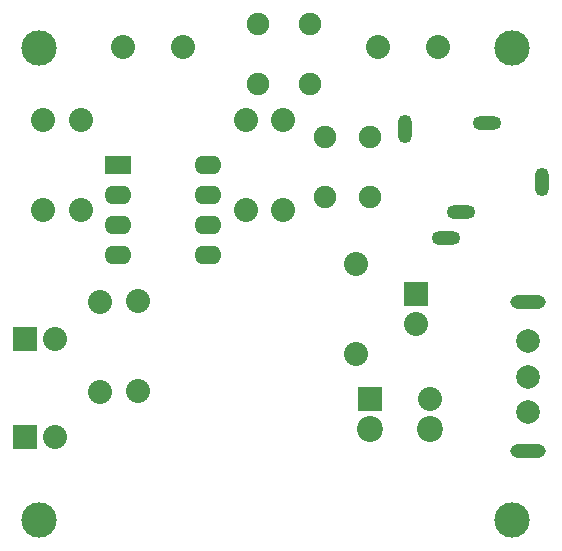
<source format=gbr>
G04 #@! TF.GenerationSoftware,KiCad,Pcbnew,(5.1.10)-1*
G04 #@! TF.CreationDate,2021-07-25T15:26:42+01:00*
G04 #@! TF.ProjectId,EMFDetector_v2,454d4644-6574-4656-9374-6f725f76322e,rev?*
G04 #@! TF.SameCoordinates,PX7270e00PY8a48640*
G04 #@! TF.FileFunction,Soldermask,Bot*
G04 #@! TF.FilePolarity,Negative*
%FSLAX46Y46*%
G04 Gerber Fmt 4.6, Leading zero omitted, Abs format (unit mm)*
G04 Created by KiCad (PCBNEW (5.1.10)-1) date 2021-07-25 15:26:42*
%MOMM*%
%LPD*%
G01*
G04 APERTURE LIST*
%ADD10C,2.032000*%
%ADD11R,2.032000X2.032000*%
%ADD12O,2.286000X1.574800*%
%ADD13R,2.286000X1.574800*%
%ADD14C,2.199640*%
%ADD15O,3.000000X1.200000*%
%ADD16C,2.000000*%
%ADD17C,1.905000*%
%ADD18C,3.000000*%
%ADD19O,2.400000X1.200000*%
%ADD20O,1.200000X2.400000*%
G04 APERTURE END LIST*
D10*
X6332000Y12230000D03*
D11*
X3792000Y12230000D03*
D10*
X6332000Y20485000D03*
D11*
X3792000Y20485000D03*
D12*
X19286000Y35217000D03*
X19286000Y32677000D03*
X19286000Y30137000D03*
X19286000Y27597000D03*
X11666000Y27597000D03*
X11666000Y30137000D03*
X11666000Y32677000D03*
D13*
X11666000Y35217000D03*
D14*
X38082000Y12865000D03*
X33002000Y12865000D03*
D10*
X38082000Y15405000D03*
D11*
X33002000Y15405000D03*
D15*
X46337000Y11010000D03*
X46337000Y23610000D03*
D16*
X46337000Y14310000D03*
X46337000Y20310000D03*
X46362400Y17302380D03*
D11*
X36845000Y24350000D03*
D10*
X36845000Y21810000D03*
X31765000Y19270000D03*
X31765000Y26890000D03*
X22461000Y39027000D03*
X22461000Y31407000D03*
X8491000Y39027000D03*
X8491000Y31407000D03*
D17*
X27922000Y42075000D03*
X27922000Y47155000D03*
X23477000Y42075000D03*
X23477000Y47155000D03*
X29192000Y32550000D03*
X29192000Y37630000D03*
X33002000Y32550000D03*
X33002000Y37630000D03*
D10*
X12047000Y45250000D03*
X17127000Y45250000D03*
X33637000Y45250000D03*
X38717000Y45250000D03*
D18*
X44982000Y5165000D03*
X4982000Y5165000D03*
X4982000Y45165000D03*
X44982000Y45165000D03*
D19*
X40657000Y31285000D03*
D20*
X47507000Y33785000D03*
D19*
X42907000Y38785000D03*
X39407000Y29035000D03*
D20*
X35907000Y38285000D03*
D10*
X10142000Y23660000D03*
X10142000Y16040000D03*
X13350000Y23715000D03*
X13350000Y16095000D03*
X25636000Y31407000D03*
X25636000Y39027000D03*
X5316000Y39027000D03*
X5316000Y31407000D03*
M02*

</source>
